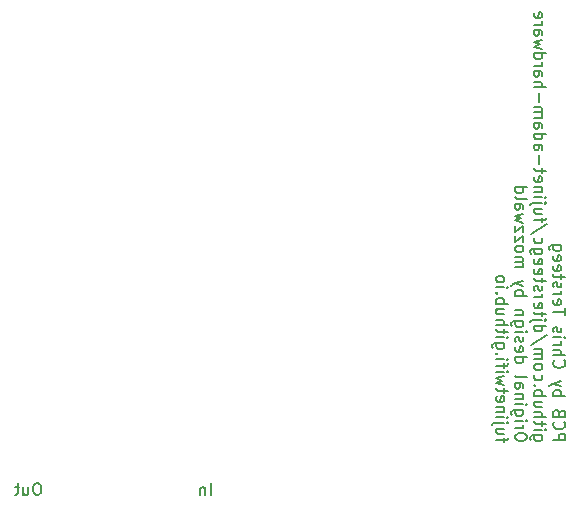
<source format=gbr>
%TF.GenerationSoftware,KiCad,Pcbnew,7.0.9*%
%TF.CreationDate,2023-12-25T18:28:00-06:00*%
%TF.ProjectId,fujinet-adam-devkit-smd,66756a69-6e65-4742-9d61-64616d2d6465,1.1*%
%TF.SameCoordinates,Original*%
%TF.FileFunction,Legend,Bot*%
%TF.FilePolarity,Positive*%
%FSLAX46Y46*%
G04 Gerber Fmt 4.6, Leading zero omitted, Abs format (unit mm)*
G04 Created by KiCad (PCBNEW 7.0.9) date 2023-12-25 18:28:00*
%MOMM*%
%LPD*%
G01*
G04 APERTURE LIST*
%ADD10C,0.150000*%
G04 APERTURE END LIST*
D10*
X152381780Y-126002820D02*
X153381780Y-126002820D01*
X153381780Y-126002820D02*
X153381780Y-125621868D01*
X153381780Y-125621868D02*
X153334161Y-125526630D01*
X153334161Y-125526630D02*
X153286542Y-125479011D01*
X153286542Y-125479011D02*
X153191304Y-125431392D01*
X153191304Y-125431392D02*
X153048447Y-125431392D01*
X153048447Y-125431392D02*
X152953209Y-125479011D01*
X152953209Y-125479011D02*
X152905590Y-125526630D01*
X152905590Y-125526630D02*
X152857971Y-125621868D01*
X152857971Y-125621868D02*
X152857971Y-126002820D01*
X152477019Y-124431392D02*
X152429400Y-124479011D01*
X152429400Y-124479011D02*
X152381780Y-124621868D01*
X152381780Y-124621868D02*
X152381780Y-124717106D01*
X152381780Y-124717106D02*
X152429400Y-124859963D01*
X152429400Y-124859963D02*
X152524638Y-124955201D01*
X152524638Y-124955201D02*
X152619876Y-125002820D01*
X152619876Y-125002820D02*
X152810352Y-125050439D01*
X152810352Y-125050439D02*
X152953209Y-125050439D01*
X152953209Y-125050439D02*
X153143685Y-125002820D01*
X153143685Y-125002820D02*
X153238923Y-124955201D01*
X153238923Y-124955201D02*
X153334161Y-124859963D01*
X153334161Y-124859963D02*
X153381780Y-124717106D01*
X153381780Y-124717106D02*
X153381780Y-124621868D01*
X153381780Y-124621868D02*
X153334161Y-124479011D01*
X153334161Y-124479011D02*
X153286542Y-124431392D01*
X152905590Y-123669487D02*
X152857971Y-123526630D01*
X152857971Y-123526630D02*
X152810352Y-123479011D01*
X152810352Y-123479011D02*
X152715114Y-123431392D01*
X152715114Y-123431392D02*
X152572257Y-123431392D01*
X152572257Y-123431392D02*
X152477019Y-123479011D01*
X152477019Y-123479011D02*
X152429400Y-123526630D01*
X152429400Y-123526630D02*
X152381780Y-123621868D01*
X152381780Y-123621868D02*
X152381780Y-124002820D01*
X152381780Y-124002820D02*
X153381780Y-124002820D01*
X153381780Y-124002820D02*
X153381780Y-123669487D01*
X153381780Y-123669487D02*
X153334161Y-123574249D01*
X153334161Y-123574249D02*
X153286542Y-123526630D01*
X153286542Y-123526630D02*
X153191304Y-123479011D01*
X153191304Y-123479011D02*
X153096066Y-123479011D01*
X153096066Y-123479011D02*
X153000828Y-123526630D01*
X153000828Y-123526630D02*
X152953209Y-123574249D01*
X152953209Y-123574249D02*
X152905590Y-123669487D01*
X152905590Y-123669487D02*
X152905590Y-124002820D01*
X152381780Y-122240915D02*
X153381780Y-122240915D01*
X153000828Y-122240915D02*
X153048447Y-122145677D01*
X153048447Y-122145677D02*
X153048447Y-121955201D01*
X153048447Y-121955201D02*
X153000828Y-121859963D01*
X153000828Y-121859963D02*
X152953209Y-121812344D01*
X152953209Y-121812344D02*
X152857971Y-121764725D01*
X152857971Y-121764725D02*
X152572257Y-121764725D01*
X152572257Y-121764725D02*
X152477019Y-121812344D01*
X152477019Y-121812344D02*
X152429400Y-121859963D01*
X152429400Y-121859963D02*
X152381780Y-121955201D01*
X152381780Y-121955201D02*
X152381780Y-122145677D01*
X152381780Y-122145677D02*
X152429400Y-122240915D01*
X153048447Y-121431391D02*
X152381780Y-121193296D01*
X153048447Y-120955201D02*
X152381780Y-121193296D01*
X152381780Y-121193296D02*
X152143685Y-121288534D01*
X152143685Y-121288534D02*
X152096066Y-121336153D01*
X152096066Y-121336153D02*
X152048447Y-121431391D01*
X152477019Y-119240915D02*
X152429400Y-119288534D01*
X152429400Y-119288534D02*
X152381780Y-119431391D01*
X152381780Y-119431391D02*
X152381780Y-119526629D01*
X152381780Y-119526629D02*
X152429400Y-119669486D01*
X152429400Y-119669486D02*
X152524638Y-119764724D01*
X152524638Y-119764724D02*
X152619876Y-119812343D01*
X152619876Y-119812343D02*
X152810352Y-119859962D01*
X152810352Y-119859962D02*
X152953209Y-119859962D01*
X152953209Y-119859962D02*
X153143685Y-119812343D01*
X153143685Y-119812343D02*
X153238923Y-119764724D01*
X153238923Y-119764724D02*
X153334161Y-119669486D01*
X153334161Y-119669486D02*
X153381780Y-119526629D01*
X153381780Y-119526629D02*
X153381780Y-119431391D01*
X153381780Y-119431391D02*
X153334161Y-119288534D01*
X153334161Y-119288534D02*
X153286542Y-119240915D01*
X152381780Y-118812343D02*
X153381780Y-118812343D01*
X152381780Y-118383772D02*
X152905590Y-118383772D01*
X152905590Y-118383772D02*
X153000828Y-118431391D01*
X153000828Y-118431391D02*
X153048447Y-118526629D01*
X153048447Y-118526629D02*
X153048447Y-118669486D01*
X153048447Y-118669486D02*
X153000828Y-118764724D01*
X153000828Y-118764724D02*
X152953209Y-118812343D01*
X152381780Y-117907581D02*
X153048447Y-117907581D01*
X152857971Y-117907581D02*
X152953209Y-117859962D01*
X152953209Y-117859962D02*
X153000828Y-117812343D01*
X153000828Y-117812343D02*
X153048447Y-117717105D01*
X153048447Y-117717105D02*
X153048447Y-117621867D01*
X152381780Y-117288533D02*
X153048447Y-117288533D01*
X153381780Y-117288533D02*
X153334161Y-117336152D01*
X153334161Y-117336152D02*
X153286542Y-117288533D01*
X153286542Y-117288533D02*
X153334161Y-117240914D01*
X153334161Y-117240914D02*
X153381780Y-117288533D01*
X153381780Y-117288533D02*
X153286542Y-117288533D01*
X152429400Y-116859962D02*
X152381780Y-116764724D01*
X152381780Y-116764724D02*
X152381780Y-116574248D01*
X152381780Y-116574248D02*
X152429400Y-116479010D01*
X152429400Y-116479010D02*
X152524638Y-116431391D01*
X152524638Y-116431391D02*
X152572257Y-116431391D01*
X152572257Y-116431391D02*
X152667495Y-116479010D01*
X152667495Y-116479010D02*
X152715114Y-116574248D01*
X152715114Y-116574248D02*
X152715114Y-116717105D01*
X152715114Y-116717105D02*
X152762733Y-116812343D01*
X152762733Y-116812343D02*
X152857971Y-116859962D01*
X152857971Y-116859962D02*
X152905590Y-116859962D01*
X152905590Y-116859962D02*
X153000828Y-116812343D01*
X153000828Y-116812343D02*
X153048447Y-116717105D01*
X153048447Y-116717105D02*
X153048447Y-116574248D01*
X153048447Y-116574248D02*
X153000828Y-116479010D01*
X153381780Y-115383771D02*
X153381780Y-114812343D01*
X152381780Y-115098057D02*
X153381780Y-115098057D01*
X152429400Y-114098057D02*
X152381780Y-114193295D01*
X152381780Y-114193295D02*
X152381780Y-114383771D01*
X152381780Y-114383771D02*
X152429400Y-114479009D01*
X152429400Y-114479009D02*
X152524638Y-114526628D01*
X152524638Y-114526628D02*
X152905590Y-114526628D01*
X152905590Y-114526628D02*
X153000828Y-114479009D01*
X153000828Y-114479009D02*
X153048447Y-114383771D01*
X153048447Y-114383771D02*
X153048447Y-114193295D01*
X153048447Y-114193295D02*
X153000828Y-114098057D01*
X153000828Y-114098057D02*
X152905590Y-114050438D01*
X152905590Y-114050438D02*
X152810352Y-114050438D01*
X152810352Y-114050438D02*
X152715114Y-114526628D01*
X152381780Y-113621866D02*
X153048447Y-113621866D01*
X152857971Y-113621866D02*
X152953209Y-113574247D01*
X152953209Y-113574247D02*
X153000828Y-113526628D01*
X153000828Y-113526628D02*
X153048447Y-113431390D01*
X153048447Y-113431390D02*
X153048447Y-113336152D01*
X152429400Y-113050437D02*
X152381780Y-112955199D01*
X152381780Y-112955199D02*
X152381780Y-112764723D01*
X152381780Y-112764723D02*
X152429400Y-112669485D01*
X152429400Y-112669485D02*
X152524638Y-112621866D01*
X152524638Y-112621866D02*
X152572257Y-112621866D01*
X152572257Y-112621866D02*
X152667495Y-112669485D01*
X152667495Y-112669485D02*
X152715114Y-112764723D01*
X152715114Y-112764723D02*
X152715114Y-112907580D01*
X152715114Y-112907580D02*
X152762733Y-113002818D01*
X152762733Y-113002818D02*
X152857971Y-113050437D01*
X152857971Y-113050437D02*
X152905590Y-113050437D01*
X152905590Y-113050437D02*
X153000828Y-113002818D01*
X153000828Y-113002818D02*
X153048447Y-112907580D01*
X153048447Y-112907580D02*
X153048447Y-112764723D01*
X153048447Y-112764723D02*
X153000828Y-112669485D01*
X153048447Y-112336151D02*
X153048447Y-111955199D01*
X153381780Y-112193294D02*
X152524638Y-112193294D01*
X152524638Y-112193294D02*
X152429400Y-112145675D01*
X152429400Y-112145675D02*
X152381780Y-112050437D01*
X152381780Y-112050437D02*
X152381780Y-111955199D01*
X152429400Y-111240913D02*
X152381780Y-111336151D01*
X152381780Y-111336151D02*
X152381780Y-111526627D01*
X152381780Y-111526627D02*
X152429400Y-111621865D01*
X152429400Y-111621865D02*
X152524638Y-111669484D01*
X152524638Y-111669484D02*
X152905590Y-111669484D01*
X152905590Y-111669484D02*
X153000828Y-111621865D01*
X153000828Y-111621865D02*
X153048447Y-111526627D01*
X153048447Y-111526627D02*
X153048447Y-111336151D01*
X153048447Y-111336151D02*
X153000828Y-111240913D01*
X153000828Y-111240913D02*
X152905590Y-111193294D01*
X152905590Y-111193294D02*
X152810352Y-111193294D01*
X152810352Y-111193294D02*
X152715114Y-111669484D01*
X152429400Y-110383770D02*
X152381780Y-110479008D01*
X152381780Y-110479008D02*
X152381780Y-110669484D01*
X152381780Y-110669484D02*
X152429400Y-110764722D01*
X152429400Y-110764722D02*
X152524638Y-110812341D01*
X152524638Y-110812341D02*
X152905590Y-110812341D01*
X152905590Y-110812341D02*
X153000828Y-110764722D01*
X153000828Y-110764722D02*
X153048447Y-110669484D01*
X153048447Y-110669484D02*
X153048447Y-110479008D01*
X153048447Y-110479008D02*
X153000828Y-110383770D01*
X153000828Y-110383770D02*
X152905590Y-110336151D01*
X152905590Y-110336151D02*
X152810352Y-110336151D01*
X152810352Y-110336151D02*
X152715114Y-110812341D01*
X153048447Y-109479008D02*
X152238923Y-109479008D01*
X152238923Y-109479008D02*
X152143685Y-109526627D01*
X152143685Y-109526627D02*
X152096066Y-109574246D01*
X152096066Y-109574246D02*
X152048447Y-109669484D01*
X152048447Y-109669484D02*
X152048447Y-109812341D01*
X152048447Y-109812341D02*
X152096066Y-109907579D01*
X152429400Y-109479008D02*
X152381780Y-109574246D01*
X152381780Y-109574246D02*
X152381780Y-109764722D01*
X152381780Y-109764722D02*
X152429400Y-109859960D01*
X152429400Y-109859960D02*
X152477019Y-109907579D01*
X152477019Y-109907579D02*
X152572257Y-109955198D01*
X152572257Y-109955198D02*
X152857971Y-109955198D01*
X152857971Y-109955198D02*
X152953209Y-109907579D01*
X152953209Y-109907579D02*
X153000828Y-109859960D01*
X153000828Y-109859960D02*
X153048447Y-109764722D01*
X153048447Y-109764722D02*
X153048447Y-109574246D01*
X153048447Y-109574246D02*
X153000828Y-109479008D01*
X151438447Y-125574249D02*
X150628923Y-125574249D01*
X150628923Y-125574249D02*
X150533685Y-125621868D01*
X150533685Y-125621868D02*
X150486066Y-125669487D01*
X150486066Y-125669487D02*
X150438447Y-125764725D01*
X150438447Y-125764725D02*
X150438447Y-125907582D01*
X150438447Y-125907582D02*
X150486066Y-126002820D01*
X150819400Y-125574249D02*
X150771780Y-125669487D01*
X150771780Y-125669487D02*
X150771780Y-125859963D01*
X150771780Y-125859963D02*
X150819400Y-125955201D01*
X150819400Y-125955201D02*
X150867019Y-126002820D01*
X150867019Y-126002820D02*
X150962257Y-126050439D01*
X150962257Y-126050439D02*
X151247971Y-126050439D01*
X151247971Y-126050439D02*
X151343209Y-126002820D01*
X151343209Y-126002820D02*
X151390828Y-125955201D01*
X151390828Y-125955201D02*
X151438447Y-125859963D01*
X151438447Y-125859963D02*
X151438447Y-125669487D01*
X151438447Y-125669487D02*
X151390828Y-125574249D01*
X150771780Y-125098058D02*
X151438447Y-125098058D01*
X151771780Y-125098058D02*
X151724161Y-125145677D01*
X151724161Y-125145677D02*
X151676542Y-125098058D01*
X151676542Y-125098058D02*
X151724161Y-125050439D01*
X151724161Y-125050439D02*
X151771780Y-125098058D01*
X151771780Y-125098058D02*
X151676542Y-125098058D01*
X151438447Y-124764725D02*
X151438447Y-124383773D01*
X151771780Y-124621868D02*
X150914638Y-124621868D01*
X150914638Y-124621868D02*
X150819400Y-124574249D01*
X150819400Y-124574249D02*
X150771780Y-124479011D01*
X150771780Y-124479011D02*
X150771780Y-124383773D01*
X150771780Y-124050439D02*
X151771780Y-124050439D01*
X150771780Y-123621868D02*
X151295590Y-123621868D01*
X151295590Y-123621868D02*
X151390828Y-123669487D01*
X151390828Y-123669487D02*
X151438447Y-123764725D01*
X151438447Y-123764725D02*
X151438447Y-123907582D01*
X151438447Y-123907582D02*
X151390828Y-124002820D01*
X151390828Y-124002820D02*
X151343209Y-124050439D01*
X151438447Y-122717106D02*
X150771780Y-122717106D01*
X151438447Y-123145677D02*
X150914638Y-123145677D01*
X150914638Y-123145677D02*
X150819400Y-123098058D01*
X150819400Y-123098058D02*
X150771780Y-123002820D01*
X150771780Y-123002820D02*
X150771780Y-122859963D01*
X150771780Y-122859963D02*
X150819400Y-122764725D01*
X150819400Y-122764725D02*
X150867019Y-122717106D01*
X150771780Y-122240915D02*
X151771780Y-122240915D01*
X151390828Y-122240915D02*
X151438447Y-122145677D01*
X151438447Y-122145677D02*
X151438447Y-121955201D01*
X151438447Y-121955201D02*
X151390828Y-121859963D01*
X151390828Y-121859963D02*
X151343209Y-121812344D01*
X151343209Y-121812344D02*
X151247971Y-121764725D01*
X151247971Y-121764725D02*
X150962257Y-121764725D01*
X150962257Y-121764725D02*
X150867019Y-121812344D01*
X150867019Y-121812344D02*
X150819400Y-121859963D01*
X150819400Y-121859963D02*
X150771780Y-121955201D01*
X150771780Y-121955201D02*
X150771780Y-122145677D01*
X150771780Y-122145677D02*
X150819400Y-122240915D01*
X150867019Y-121336153D02*
X150819400Y-121288534D01*
X150819400Y-121288534D02*
X150771780Y-121336153D01*
X150771780Y-121336153D02*
X150819400Y-121383772D01*
X150819400Y-121383772D02*
X150867019Y-121336153D01*
X150867019Y-121336153D02*
X150771780Y-121336153D01*
X150819400Y-120431392D02*
X150771780Y-120526630D01*
X150771780Y-120526630D02*
X150771780Y-120717106D01*
X150771780Y-120717106D02*
X150819400Y-120812344D01*
X150819400Y-120812344D02*
X150867019Y-120859963D01*
X150867019Y-120859963D02*
X150962257Y-120907582D01*
X150962257Y-120907582D02*
X151247971Y-120907582D01*
X151247971Y-120907582D02*
X151343209Y-120859963D01*
X151343209Y-120859963D02*
X151390828Y-120812344D01*
X151390828Y-120812344D02*
X151438447Y-120717106D01*
X151438447Y-120717106D02*
X151438447Y-120526630D01*
X151438447Y-120526630D02*
X151390828Y-120431392D01*
X150771780Y-119859963D02*
X150819400Y-119955201D01*
X150819400Y-119955201D02*
X150867019Y-120002820D01*
X150867019Y-120002820D02*
X150962257Y-120050439D01*
X150962257Y-120050439D02*
X151247971Y-120050439D01*
X151247971Y-120050439D02*
X151343209Y-120002820D01*
X151343209Y-120002820D02*
X151390828Y-119955201D01*
X151390828Y-119955201D02*
X151438447Y-119859963D01*
X151438447Y-119859963D02*
X151438447Y-119717106D01*
X151438447Y-119717106D02*
X151390828Y-119621868D01*
X151390828Y-119621868D02*
X151343209Y-119574249D01*
X151343209Y-119574249D02*
X151247971Y-119526630D01*
X151247971Y-119526630D02*
X150962257Y-119526630D01*
X150962257Y-119526630D02*
X150867019Y-119574249D01*
X150867019Y-119574249D02*
X150819400Y-119621868D01*
X150819400Y-119621868D02*
X150771780Y-119717106D01*
X150771780Y-119717106D02*
X150771780Y-119859963D01*
X150771780Y-119098058D02*
X151438447Y-119098058D01*
X151343209Y-119098058D02*
X151390828Y-119050439D01*
X151390828Y-119050439D02*
X151438447Y-118955201D01*
X151438447Y-118955201D02*
X151438447Y-118812344D01*
X151438447Y-118812344D02*
X151390828Y-118717106D01*
X151390828Y-118717106D02*
X151295590Y-118669487D01*
X151295590Y-118669487D02*
X150771780Y-118669487D01*
X151295590Y-118669487D02*
X151390828Y-118621868D01*
X151390828Y-118621868D02*
X151438447Y-118526630D01*
X151438447Y-118526630D02*
X151438447Y-118383773D01*
X151438447Y-118383773D02*
X151390828Y-118288534D01*
X151390828Y-118288534D02*
X151295590Y-118240915D01*
X151295590Y-118240915D02*
X150771780Y-118240915D01*
X151819400Y-117050440D02*
X150533685Y-117907582D01*
X150771780Y-116288535D02*
X151771780Y-116288535D01*
X150819400Y-116288535D02*
X150771780Y-116383773D01*
X150771780Y-116383773D02*
X150771780Y-116574249D01*
X150771780Y-116574249D02*
X150819400Y-116669487D01*
X150819400Y-116669487D02*
X150867019Y-116717106D01*
X150867019Y-116717106D02*
X150962257Y-116764725D01*
X150962257Y-116764725D02*
X151247971Y-116764725D01*
X151247971Y-116764725D02*
X151343209Y-116717106D01*
X151343209Y-116717106D02*
X151390828Y-116669487D01*
X151390828Y-116669487D02*
X151438447Y-116574249D01*
X151438447Y-116574249D02*
X151438447Y-116383773D01*
X151438447Y-116383773D02*
X151390828Y-116288535D01*
X151438447Y-115812344D02*
X150581304Y-115812344D01*
X150581304Y-115812344D02*
X150486066Y-115859963D01*
X150486066Y-115859963D02*
X150438447Y-115955201D01*
X150438447Y-115955201D02*
X150438447Y-116002820D01*
X151771780Y-115812344D02*
X151724161Y-115859963D01*
X151724161Y-115859963D02*
X151676542Y-115812344D01*
X151676542Y-115812344D02*
X151724161Y-115764725D01*
X151724161Y-115764725D02*
X151771780Y-115812344D01*
X151771780Y-115812344D02*
X151676542Y-115812344D01*
X151438447Y-115479011D02*
X151438447Y-115098059D01*
X151771780Y-115336154D02*
X150914638Y-115336154D01*
X150914638Y-115336154D02*
X150819400Y-115288535D01*
X150819400Y-115288535D02*
X150771780Y-115193297D01*
X150771780Y-115193297D02*
X150771780Y-115098059D01*
X150819400Y-114383773D02*
X150771780Y-114479011D01*
X150771780Y-114479011D02*
X150771780Y-114669487D01*
X150771780Y-114669487D02*
X150819400Y-114764725D01*
X150819400Y-114764725D02*
X150914638Y-114812344D01*
X150914638Y-114812344D02*
X151295590Y-114812344D01*
X151295590Y-114812344D02*
X151390828Y-114764725D01*
X151390828Y-114764725D02*
X151438447Y-114669487D01*
X151438447Y-114669487D02*
X151438447Y-114479011D01*
X151438447Y-114479011D02*
X151390828Y-114383773D01*
X151390828Y-114383773D02*
X151295590Y-114336154D01*
X151295590Y-114336154D02*
X151200352Y-114336154D01*
X151200352Y-114336154D02*
X151105114Y-114812344D01*
X150771780Y-113907582D02*
X151438447Y-113907582D01*
X151247971Y-113907582D02*
X151343209Y-113859963D01*
X151343209Y-113859963D02*
X151390828Y-113812344D01*
X151390828Y-113812344D02*
X151438447Y-113717106D01*
X151438447Y-113717106D02*
X151438447Y-113621868D01*
X150819400Y-113336153D02*
X150771780Y-113240915D01*
X150771780Y-113240915D02*
X150771780Y-113050439D01*
X150771780Y-113050439D02*
X150819400Y-112955201D01*
X150819400Y-112955201D02*
X150914638Y-112907582D01*
X150914638Y-112907582D02*
X150962257Y-112907582D01*
X150962257Y-112907582D02*
X151057495Y-112955201D01*
X151057495Y-112955201D02*
X151105114Y-113050439D01*
X151105114Y-113050439D02*
X151105114Y-113193296D01*
X151105114Y-113193296D02*
X151152733Y-113288534D01*
X151152733Y-113288534D02*
X151247971Y-113336153D01*
X151247971Y-113336153D02*
X151295590Y-113336153D01*
X151295590Y-113336153D02*
X151390828Y-113288534D01*
X151390828Y-113288534D02*
X151438447Y-113193296D01*
X151438447Y-113193296D02*
X151438447Y-113050439D01*
X151438447Y-113050439D02*
X151390828Y-112955201D01*
X151438447Y-112621867D02*
X151438447Y-112240915D01*
X151771780Y-112479010D02*
X150914638Y-112479010D01*
X150914638Y-112479010D02*
X150819400Y-112431391D01*
X150819400Y-112431391D02*
X150771780Y-112336153D01*
X150771780Y-112336153D02*
X150771780Y-112240915D01*
X150819400Y-111526629D02*
X150771780Y-111621867D01*
X150771780Y-111621867D02*
X150771780Y-111812343D01*
X150771780Y-111812343D02*
X150819400Y-111907581D01*
X150819400Y-111907581D02*
X150914638Y-111955200D01*
X150914638Y-111955200D02*
X151295590Y-111955200D01*
X151295590Y-111955200D02*
X151390828Y-111907581D01*
X151390828Y-111907581D02*
X151438447Y-111812343D01*
X151438447Y-111812343D02*
X151438447Y-111621867D01*
X151438447Y-111621867D02*
X151390828Y-111526629D01*
X151390828Y-111526629D02*
X151295590Y-111479010D01*
X151295590Y-111479010D02*
X151200352Y-111479010D01*
X151200352Y-111479010D02*
X151105114Y-111955200D01*
X150819400Y-110669486D02*
X150771780Y-110764724D01*
X150771780Y-110764724D02*
X150771780Y-110955200D01*
X150771780Y-110955200D02*
X150819400Y-111050438D01*
X150819400Y-111050438D02*
X150914638Y-111098057D01*
X150914638Y-111098057D02*
X151295590Y-111098057D01*
X151295590Y-111098057D02*
X151390828Y-111050438D01*
X151390828Y-111050438D02*
X151438447Y-110955200D01*
X151438447Y-110955200D02*
X151438447Y-110764724D01*
X151438447Y-110764724D02*
X151390828Y-110669486D01*
X151390828Y-110669486D02*
X151295590Y-110621867D01*
X151295590Y-110621867D02*
X151200352Y-110621867D01*
X151200352Y-110621867D02*
X151105114Y-111098057D01*
X151438447Y-109764724D02*
X150628923Y-109764724D01*
X150628923Y-109764724D02*
X150533685Y-109812343D01*
X150533685Y-109812343D02*
X150486066Y-109859962D01*
X150486066Y-109859962D02*
X150438447Y-109955200D01*
X150438447Y-109955200D02*
X150438447Y-110098057D01*
X150438447Y-110098057D02*
X150486066Y-110193295D01*
X150819400Y-109764724D02*
X150771780Y-109859962D01*
X150771780Y-109859962D02*
X150771780Y-110050438D01*
X150771780Y-110050438D02*
X150819400Y-110145676D01*
X150819400Y-110145676D02*
X150867019Y-110193295D01*
X150867019Y-110193295D02*
X150962257Y-110240914D01*
X150962257Y-110240914D02*
X151247971Y-110240914D01*
X151247971Y-110240914D02*
X151343209Y-110193295D01*
X151343209Y-110193295D02*
X151390828Y-110145676D01*
X151390828Y-110145676D02*
X151438447Y-110050438D01*
X151438447Y-110050438D02*
X151438447Y-109859962D01*
X151438447Y-109859962D02*
X151390828Y-109764724D01*
X150819400Y-108859962D02*
X150771780Y-108955200D01*
X150771780Y-108955200D02*
X150771780Y-109145676D01*
X150771780Y-109145676D02*
X150819400Y-109240914D01*
X150819400Y-109240914D02*
X150867019Y-109288533D01*
X150867019Y-109288533D02*
X150962257Y-109336152D01*
X150962257Y-109336152D02*
X151247971Y-109336152D01*
X151247971Y-109336152D02*
X151343209Y-109288533D01*
X151343209Y-109288533D02*
X151390828Y-109240914D01*
X151390828Y-109240914D02*
X151438447Y-109145676D01*
X151438447Y-109145676D02*
X151438447Y-108955200D01*
X151438447Y-108955200D02*
X151390828Y-108859962D01*
X151819400Y-107717105D02*
X150533685Y-108574247D01*
X151438447Y-107526628D02*
X151438447Y-107145676D01*
X150771780Y-107383771D02*
X151628923Y-107383771D01*
X151628923Y-107383771D02*
X151724161Y-107336152D01*
X151724161Y-107336152D02*
X151771780Y-107240914D01*
X151771780Y-107240914D02*
X151771780Y-107145676D01*
X151438447Y-106383771D02*
X150771780Y-106383771D01*
X151438447Y-106812342D02*
X150914638Y-106812342D01*
X150914638Y-106812342D02*
X150819400Y-106764723D01*
X150819400Y-106764723D02*
X150771780Y-106669485D01*
X150771780Y-106669485D02*
X150771780Y-106526628D01*
X150771780Y-106526628D02*
X150819400Y-106431390D01*
X150819400Y-106431390D02*
X150867019Y-106383771D01*
X151438447Y-105907580D02*
X150581304Y-105907580D01*
X150581304Y-105907580D02*
X150486066Y-105955199D01*
X150486066Y-105955199D02*
X150438447Y-106050437D01*
X150438447Y-106050437D02*
X150438447Y-106098056D01*
X151771780Y-105907580D02*
X151724161Y-105955199D01*
X151724161Y-105955199D02*
X151676542Y-105907580D01*
X151676542Y-105907580D02*
X151724161Y-105859961D01*
X151724161Y-105859961D02*
X151771780Y-105907580D01*
X151771780Y-105907580D02*
X151676542Y-105907580D01*
X150771780Y-105431390D02*
X151438447Y-105431390D01*
X151771780Y-105431390D02*
X151724161Y-105479009D01*
X151724161Y-105479009D02*
X151676542Y-105431390D01*
X151676542Y-105431390D02*
X151724161Y-105383771D01*
X151724161Y-105383771D02*
X151771780Y-105431390D01*
X151771780Y-105431390D02*
X151676542Y-105431390D01*
X151438447Y-104955200D02*
X150771780Y-104955200D01*
X151343209Y-104955200D02*
X151390828Y-104907581D01*
X151390828Y-104907581D02*
X151438447Y-104812343D01*
X151438447Y-104812343D02*
X151438447Y-104669486D01*
X151438447Y-104669486D02*
X151390828Y-104574248D01*
X151390828Y-104574248D02*
X151295590Y-104526629D01*
X151295590Y-104526629D02*
X150771780Y-104526629D01*
X150819400Y-103669486D02*
X150771780Y-103764724D01*
X150771780Y-103764724D02*
X150771780Y-103955200D01*
X150771780Y-103955200D02*
X150819400Y-104050438D01*
X150819400Y-104050438D02*
X150914638Y-104098057D01*
X150914638Y-104098057D02*
X151295590Y-104098057D01*
X151295590Y-104098057D02*
X151390828Y-104050438D01*
X151390828Y-104050438D02*
X151438447Y-103955200D01*
X151438447Y-103955200D02*
X151438447Y-103764724D01*
X151438447Y-103764724D02*
X151390828Y-103669486D01*
X151390828Y-103669486D02*
X151295590Y-103621867D01*
X151295590Y-103621867D02*
X151200352Y-103621867D01*
X151200352Y-103621867D02*
X151105114Y-104098057D01*
X151438447Y-103336152D02*
X151438447Y-102955200D01*
X151771780Y-103193295D02*
X150914638Y-103193295D01*
X150914638Y-103193295D02*
X150819400Y-103145676D01*
X150819400Y-103145676D02*
X150771780Y-103050438D01*
X150771780Y-103050438D02*
X150771780Y-102955200D01*
X151152733Y-102621866D02*
X151152733Y-101859962D01*
X150771780Y-100955200D02*
X151295590Y-100955200D01*
X151295590Y-100955200D02*
X151390828Y-101002819D01*
X151390828Y-101002819D02*
X151438447Y-101098057D01*
X151438447Y-101098057D02*
X151438447Y-101288533D01*
X151438447Y-101288533D02*
X151390828Y-101383771D01*
X150819400Y-100955200D02*
X150771780Y-101050438D01*
X150771780Y-101050438D02*
X150771780Y-101288533D01*
X150771780Y-101288533D02*
X150819400Y-101383771D01*
X150819400Y-101383771D02*
X150914638Y-101431390D01*
X150914638Y-101431390D02*
X151009876Y-101431390D01*
X151009876Y-101431390D02*
X151105114Y-101383771D01*
X151105114Y-101383771D02*
X151152733Y-101288533D01*
X151152733Y-101288533D02*
X151152733Y-101050438D01*
X151152733Y-101050438D02*
X151200352Y-100955200D01*
X150771780Y-100050438D02*
X151771780Y-100050438D01*
X150819400Y-100050438D02*
X150771780Y-100145676D01*
X150771780Y-100145676D02*
X150771780Y-100336152D01*
X150771780Y-100336152D02*
X150819400Y-100431390D01*
X150819400Y-100431390D02*
X150867019Y-100479009D01*
X150867019Y-100479009D02*
X150962257Y-100526628D01*
X150962257Y-100526628D02*
X151247971Y-100526628D01*
X151247971Y-100526628D02*
X151343209Y-100479009D01*
X151343209Y-100479009D02*
X151390828Y-100431390D01*
X151390828Y-100431390D02*
X151438447Y-100336152D01*
X151438447Y-100336152D02*
X151438447Y-100145676D01*
X151438447Y-100145676D02*
X151390828Y-100050438D01*
X150771780Y-99145676D02*
X151295590Y-99145676D01*
X151295590Y-99145676D02*
X151390828Y-99193295D01*
X151390828Y-99193295D02*
X151438447Y-99288533D01*
X151438447Y-99288533D02*
X151438447Y-99479009D01*
X151438447Y-99479009D02*
X151390828Y-99574247D01*
X150819400Y-99145676D02*
X150771780Y-99240914D01*
X150771780Y-99240914D02*
X150771780Y-99479009D01*
X150771780Y-99479009D02*
X150819400Y-99574247D01*
X150819400Y-99574247D02*
X150914638Y-99621866D01*
X150914638Y-99621866D02*
X151009876Y-99621866D01*
X151009876Y-99621866D02*
X151105114Y-99574247D01*
X151105114Y-99574247D02*
X151152733Y-99479009D01*
X151152733Y-99479009D02*
X151152733Y-99240914D01*
X151152733Y-99240914D02*
X151200352Y-99145676D01*
X150771780Y-98669485D02*
X151438447Y-98669485D01*
X151343209Y-98669485D02*
X151390828Y-98621866D01*
X151390828Y-98621866D02*
X151438447Y-98526628D01*
X151438447Y-98526628D02*
X151438447Y-98383771D01*
X151438447Y-98383771D02*
X151390828Y-98288533D01*
X151390828Y-98288533D02*
X151295590Y-98240914D01*
X151295590Y-98240914D02*
X150771780Y-98240914D01*
X151295590Y-98240914D02*
X151390828Y-98193295D01*
X151390828Y-98193295D02*
X151438447Y-98098057D01*
X151438447Y-98098057D02*
X151438447Y-97955200D01*
X151438447Y-97955200D02*
X151390828Y-97859961D01*
X151390828Y-97859961D02*
X151295590Y-97812342D01*
X151295590Y-97812342D02*
X150771780Y-97812342D01*
X151152733Y-97336152D02*
X151152733Y-96574248D01*
X150771780Y-96098057D02*
X151771780Y-96098057D01*
X150771780Y-95669486D02*
X151295590Y-95669486D01*
X151295590Y-95669486D02*
X151390828Y-95717105D01*
X151390828Y-95717105D02*
X151438447Y-95812343D01*
X151438447Y-95812343D02*
X151438447Y-95955200D01*
X151438447Y-95955200D02*
X151390828Y-96050438D01*
X151390828Y-96050438D02*
X151343209Y-96098057D01*
X150771780Y-94764724D02*
X151295590Y-94764724D01*
X151295590Y-94764724D02*
X151390828Y-94812343D01*
X151390828Y-94812343D02*
X151438447Y-94907581D01*
X151438447Y-94907581D02*
X151438447Y-95098057D01*
X151438447Y-95098057D02*
X151390828Y-95193295D01*
X150819400Y-94764724D02*
X150771780Y-94859962D01*
X150771780Y-94859962D02*
X150771780Y-95098057D01*
X150771780Y-95098057D02*
X150819400Y-95193295D01*
X150819400Y-95193295D02*
X150914638Y-95240914D01*
X150914638Y-95240914D02*
X151009876Y-95240914D01*
X151009876Y-95240914D02*
X151105114Y-95193295D01*
X151105114Y-95193295D02*
X151152733Y-95098057D01*
X151152733Y-95098057D02*
X151152733Y-94859962D01*
X151152733Y-94859962D02*
X151200352Y-94764724D01*
X150771780Y-94288533D02*
X151438447Y-94288533D01*
X151247971Y-94288533D02*
X151343209Y-94240914D01*
X151343209Y-94240914D02*
X151390828Y-94193295D01*
X151390828Y-94193295D02*
X151438447Y-94098057D01*
X151438447Y-94098057D02*
X151438447Y-94002819D01*
X150771780Y-93240914D02*
X151771780Y-93240914D01*
X150819400Y-93240914D02*
X150771780Y-93336152D01*
X150771780Y-93336152D02*
X150771780Y-93526628D01*
X150771780Y-93526628D02*
X150819400Y-93621866D01*
X150819400Y-93621866D02*
X150867019Y-93669485D01*
X150867019Y-93669485D02*
X150962257Y-93717104D01*
X150962257Y-93717104D02*
X151247971Y-93717104D01*
X151247971Y-93717104D02*
X151343209Y-93669485D01*
X151343209Y-93669485D02*
X151390828Y-93621866D01*
X151390828Y-93621866D02*
X151438447Y-93526628D01*
X151438447Y-93526628D02*
X151438447Y-93336152D01*
X151438447Y-93336152D02*
X151390828Y-93240914D01*
X151438447Y-92859961D02*
X150771780Y-92669485D01*
X150771780Y-92669485D02*
X151247971Y-92479009D01*
X151247971Y-92479009D02*
X150771780Y-92288533D01*
X150771780Y-92288533D02*
X151438447Y-92098057D01*
X150771780Y-91288533D02*
X151295590Y-91288533D01*
X151295590Y-91288533D02*
X151390828Y-91336152D01*
X151390828Y-91336152D02*
X151438447Y-91431390D01*
X151438447Y-91431390D02*
X151438447Y-91621866D01*
X151438447Y-91621866D02*
X151390828Y-91717104D01*
X150819400Y-91288533D02*
X150771780Y-91383771D01*
X150771780Y-91383771D02*
X150771780Y-91621866D01*
X150771780Y-91621866D02*
X150819400Y-91717104D01*
X150819400Y-91717104D02*
X150914638Y-91764723D01*
X150914638Y-91764723D02*
X151009876Y-91764723D01*
X151009876Y-91764723D02*
X151105114Y-91717104D01*
X151105114Y-91717104D02*
X151152733Y-91621866D01*
X151152733Y-91621866D02*
X151152733Y-91383771D01*
X151152733Y-91383771D02*
X151200352Y-91288533D01*
X150771780Y-90812342D02*
X151438447Y-90812342D01*
X151247971Y-90812342D02*
X151343209Y-90764723D01*
X151343209Y-90764723D02*
X151390828Y-90717104D01*
X151390828Y-90717104D02*
X151438447Y-90621866D01*
X151438447Y-90621866D02*
X151438447Y-90526628D01*
X150819400Y-89812342D02*
X150771780Y-89907580D01*
X150771780Y-89907580D02*
X150771780Y-90098056D01*
X150771780Y-90098056D02*
X150819400Y-90193294D01*
X150819400Y-90193294D02*
X150914638Y-90240913D01*
X150914638Y-90240913D02*
X151295590Y-90240913D01*
X151295590Y-90240913D02*
X151390828Y-90193294D01*
X151390828Y-90193294D02*
X151438447Y-90098056D01*
X151438447Y-90098056D02*
X151438447Y-89907580D01*
X151438447Y-89907580D02*
X151390828Y-89812342D01*
X151390828Y-89812342D02*
X151295590Y-89764723D01*
X151295590Y-89764723D02*
X151200352Y-89764723D01*
X151200352Y-89764723D02*
X151105114Y-90240913D01*
X150161780Y-125812344D02*
X150161780Y-125621868D01*
X150161780Y-125621868D02*
X150114161Y-125526630D01*
X150114161Y-125526630D02*
X150018923Y-125431392D01*
X150018923Y-125431392D02*
X149828447Y-125383773D01*
X149828447Y-125383773D02*
X149495114Y-125383773D01*
X149495114Y-125383773D02*
X149304638Y-125431392D01*
X149304638Y-125431392D02*
X149209400Y-125526630D01*
X149209400Y-125526630D02*
X149161780Y-125621868D01*
X149161780Y-125621868D02*
X149161780Y-125812344D01*
X149161780Y-125812344D02*
X149209400Y-125907582D01*
X149209400Y-125907582D02*
X149304638Y-126002820D01*
X149304638Y-126002820D02*
X149495114Y-126050439D01*
X149495114Y-126050439D02*
X149828447Y-126050439D01*
X149828447Y-126050439D02*
X150018923Y-126002820D01*
X150018923Y-126002820D02*
X150114161Y-125907582D01*
X150114161Y-125907582D02*
X150161780Y-125812344D01*
X149161780Y-124955201D02*
X149828447Y-124955201D01*
X149637971Y-124955201D02*
X149733209Y-124907582D01*
X149733209Y-124907582D02*
X149780828Y-124859963D01*
X149780828Y-124859963D02*
X149828447Y-124764725D01*
X149828447Y-124764725D02*
X149828447Y-124669487D01*
X149161780Y-124336153D02*
X149828447Y-124336153D01*
X150161780Y-124336153D02*
X150114161Y-124383772D01*
X150114161Y-124383772D02*
X150066542Y-124336153D01*
X150066542Y-124336153D02*
X150114161Y-124288534D01*
X150114161Y-124288534D02*
X150161780Y-124336153D01*
X150161780Y-124336153D02*
X150066542Y-124336153D01*
X149828447Y-123431392D02*
X149018923Y-123431392D01*
X149018923Y-123431392D02*
X148923685Y-123479011D01*
X148923685Y-123479011D02*
X148876066Y-123526630D01*
X148876066Y-123526630D02*
X148828447Y-123621868D01*
X148828447Y-123621868D02*
X148828447Y-123764725D01*
X148828447Y-123764725D02*
X148876066Y-123859963D01*
X149209400Y-123431392D02*
X149161780Y-123526630D01*
X149161780Y-123526630D02*
X149161780Y-123717106D01*
X149161780Y-123717106D02*
X149209400Y-123812344D01*
X149209400Y-123812344D02*
X149257019Y-123859963D01*
X149257019Y-123859963D02*
X149352257Y-123907582D01*
X149352257Y-123907582D02*
X149637971Y-123907582D01*
X149637971Y-123907582D02*
X149733209Y-123859963D01*
X149733209Y-123859963D02*
X149780828Y-123812344D01*
X149780828Y-123812344D02*
X149828447Y-123717106D01*
X149828447Y-123717106D02*
X149828447Y-123526630D01*
X149828447Y-123526630D02*
X149780828Y-123431392D01*
X149161780Y-122955201D02*
X149828447Y-122955201D01*
X150161780Y-122955201D02*
X150114161Y-123002820D01*
X150114161Y-123002820D02*
X150066542Y-122955201D01*
X150066542Y-122955201D02*
X150114161Y-122907582D01*
X150114161Y-122907582D02*
X150161780Y-122955201D01*
X150161780Y-122955201D02*
X150066542Y-122955201D01*
X149828447Y-122479011D02*
X149161780Y-122479011D01*
X149733209Y-122479011D02*
X149780828Y-122431392D01*
X149780828Y-122431392D02*
X149828447Y-122336154D01*
X149828447Y-122336154D02*
X149828447Y-122193297D01*
X149828447Y-122193297D02*
X149780828Y-122098059D01*
X149780828Y-122098059D02*
X149685590Y-122050440D01*
X149685590Y-122050440D02*
X149161780Y-122050440D01*
X149161780Y-121145678D02*
X149685590Y-121145678D01*
X149685590Y-121145678D02*
X149780828Y-121193297D01*
X149780828Y-121193297D02*
X149828447Y-121288535D01*
X149828447Y-121288535D02*
X149828447Y-121479011D01*
X149828447Y-121479011D02*
X149780828Y-121574249D01*
X149209400Y-121145678D02*
X149161780Y-121240916D01*
X149161780Y-121240916D02*
X149161780Y-121479011D01*
X149161780Y-121479011D02*
X149209400Y-121574249D01*
X149209400Y-121574249D02*
X149304638Y-121621868D01*
X149304638Y-121621868D02*
X149399876Y-121621868D01*
X149399876Y-121621868D02*
X149495114Y-121574249D01*
X149495114Y-121574249D02*
X149542733Y-121479011D01*
X149542733Y-121479011D02*
X149542733Y-121240916D01*
X149542733Y-121240916D02*
X149590352Y-121145678D01*
X149161780Y-120526630D02*
X149209400Y-120621868D01*
X149209400Y-120621868D02*
X149304638Y-120669487D01*
X149304638Y-120669487D02*
X150161780Y-120669487D01*
X149161780Y-118955201D02*
X150161780Y-118955201D01*
X149209400Y-118955201D02*
X149161780Y-119050439D01*
X149161780Y-119050439D02*
X149161780Y-119240915D01*
X149161780Y-119240915D02*
X149209400Y-119336153D01*
X149209400Y-119336153D02*
X149257019Y-119383772D01*
X149257019Y-119383772D02*
X149352257Y-119431391D01*
X149352257Y-119431391D02*
X149637971Y-119431391D01*
X149637971Y-119431391D02*
X149733209Y-119383772D01*
X149733209Y-119383772D02*
X149780828Y-119336153D01*
X149780828Y-119336153D02*
X149828447Y-119240915D01*
X149828447Y-119240915D02*
X149828447Y-119050439D01*
X149828447Y-119050439D02*
X149780828Y-118955201D01*
X149209400Y-118098058D02*
X149161780Y-118193296D01*
X149161780Y-118193296D02*
X149161780Y-118383772D01*
X149161780Y-118383772D02*
X149209400Y-118479010D01*
X149209400Y-118479010D02*
X149304638Y-118526629D01*
X149304638Y-118526629D02*
X149685590Y-118526629D01*
X149685590Y-118526629D02*
X149780828Y-118479010D01*
X149780828Y-118479010D02*
X149828447Y-118383772D01*
X149828447Y-118383772D02*
X149828447Y-118193296D01*
X149828447Y-118193296D02*
X149780828Y-118098058D01*
X149780828Y-118098058D02*
X149685590Y-118050439D01*
X149685590Y-118050439D02*
X149590352Y-118050439D01*
X149590352Y-118050439D02*
X149495114Y-118526629D01*
X149209400Y-117669486D02*
X149161780Y-117574248D01*
X149161780Y-117574248D02*
X149161780Y-117383772D01*
X149161780Y-117383772D02*
X149209400Y-117288534D01*
X149209400Y-117288534D02*
X149304638Y-117240915D01*
X149304638Y-117240915D02*
X149352257Y-117240915D01*
X149352257Y-117240915D02*
X149447495Y-117288534D01*
X149447495Y-117288534D02*
X149495114Y-117383772D01*
X149495114Y-117383772D02*
X149495114Y-117526629D01*
X149495114Y-117526629D02*
X149542733Y-117621867D01*
X149542733Y-117621867D02*
X149637971Y-117669486D01*
X149637971Y-117669486D02*
X149685590Y-117669486D01*
X149685590Y-117669486D02*
X149780828Y-117621867D01*
X149780828Y-117621867D02*
X149828447Y-117526629D01*
X149828447Y-117526629D02*
X149828447Y-117383772D01*
X149828447Y-117383772D02*
X149780828Y-117288534D01*
X149161780Y-116812343D02*
X149828447Y-116812343D01*
X150161780Y-116812343D02*
X150114161Y-116859962D01*
X150114161Y-116859962D02*
X150066542Y-116812343D01*
X150066542Y-116812343D02*
X150114161Y-116764724D01*
X150114161Y-116764724D02*
X150161780Y-116812343D01*
X150161780Y-116812343D02*
X150066542Y-116812343D01*
X149828447Y-115907582D02*
X149018923Y-115907582D01*
X149018923Y-115907582D02*
X148923685Y-115955201D01*
X148923685Y-115955201D02*
X148876066Y-116002820D01*
X148876066Y-116002820D02*
X148828447Y-116098058D01*
X148828447Y-116098058D02*
X148828447Y-116240915D01*
X148828447Y-116240915D02*
X148876066Y-116336153D01*
X149209400Y-115907582D02*
X149161780Y-116002820D01*
X149161780Y-116002820D02*
X149161780Y-116193296D01*
X149161780Y-116193296D02*
X149209400Y-116288534D01*
X149209400Y-116288534D02*
X149257019Y-116336153D01*
X149257019Y-116336153D02*
X149352257Y-116383772D01*
X149352257Y-116383772D02*
X149637971Y-116383772D01*
X149637971Y-116383772D02*
X149733209Y-116336153D01*
X149733209Y-116336153D02*
X149780828Y-116288534D01*
X149780828Y-116288534D02*
X149828447Y-116193296D01*
X149828447Y-116193296D02*
X149828447Y-116002820D01*
X149828447Y-116002820D02*
X149780828Y-115907582D01*
X149828447Y-115431391D02*
X149161780Y-115431391D01*
X149733209Y-115431391D02*
X149780828Y-115383772D01*
X149780828Y-115383772D02*
X149828447Y-115288534D01*
X149828447Y-115288534D02*
X149828447Y-115145677D01*
X149828447Y-115145677D02*
X149780828Y-115050439D01*
X149780828Y-115050439D02*
X149685590Y-115002820D01*
X149685590Y-115002820D02*
X149161780Y-115002820D01*
X149161780Y-113764724D02*
X150161780Y-113764724D01*
X149780828Y-113764724D02*
X149828447Y-113669486D01*
X149828447Y-113669486D02*
X149828447Y-113479010D01*
X149828447Y-113479010D02*
X149780828Y-113383772D01*
X149780828Y-113383772D02*
X149733209Y-113336153D01*
X149733209Y-113336153D02*
X149637971Y-113288534D01*
X149637971Y-113288534D02*
X149352257Y-113288534D01*
X149352257Y-113288534D02*
X149257019Y-113336153D01*
X149257019Y-113336153D02*
X149209400Y-113383772D01*
X149209400Y-113383772D02*
X149161780Y-113479010D01*
X149161780Y-113479010D02*
X149161780Y-113669486D01*
X149161780Y-113669486D02*
X149209400Y-113764724D01*
X149828447Y-112955200D02*
X149161780Y-112717105D01*
X149828447Y-112479010D02*
X149161780Y-112717105D01*
X149161780Y-112717105D02*
X148923685Y-112812343D01*
X148923685Y-112812343D02*
X148876066Y-112859962D01*
X148876066Y-112859962D02*
X148828447Y-112955200D01*
X149161780Y-111336152D02*
X149828447Y-111336152D01*
X149733209Y-111336152D02*
X149780828Y-111288533D01*
X149780828Y-111288533D02*
X149828447Y-111193295D01*
X149828447Y-111193295D02*
X149828447Y-111050438D01*
X149828447Y-111050438D02*
X149780828Y-110955200D01*
X149780828Y-110955200D02*
X149685590Y-110907581D01*
X149685590Y-110907581D02*
X149161780Y-110907581D01*
X149685590Y-110907581D02*
X149780828Y-110859962D01*
X149780828Y-110859962D02*
X149828447Y-110764724D01*
X149828447Y-110764724D02*
X149828447Y-110621867D01*
X149828447Y-110621867D02*
X149780828Y-110526628D01*
X149780828Y-110526628D02*
X149685590Y-110479009D01*
X149685590Y-110479009D02*
X149161780Y-110479009D01*
X149161780Y-109859962D02*
X149209400Y-109955200D01*
X149209400Y-109955200D02*
X149257019Y-110002819D01*
X149257019Y-110002819D02*
X149352257Y-110050438D01*
X149352257Y-110050438D02*
X149637971Y-110050438D01*
X149637971Y-110050438D02*
X149733209Y-110002819D01*
X149733209Y-110002819D02*
X149780828Y-109955200D01*
X149780828Y-109955200D02*
X149828447Y-109859962D01*
X149828447Y-109859962D02*
X149828447Y-109717105D01*
X149828447Y-109717105D02*
X149780828Y-109621867D01*
X149780828Y-109621867D02*
X149733209Y-109574248D01*
X149733209Y-109574248D02*
X149637971Y-109526629D01*
X149637971Y-109526629D02*
X149352257Y-109526629D01*
X149352257Y-109526629D02*
X149257019Y-109574248D01*
X149257019Y-109574248D02*
X149209400Y-109621867D01*
X149209400Y-109621867D02*
X149161780Y-109717105D01*
X149161780Y-109717105D02*
X149161780Y-109859962D01*
X149828447Y-109193295D02*
X149828447Y-108669486D01*
X149828447Y-108669486D02*
X149161780Y-109193295D01*
X149161780Y-109193295D02*
X149161780Y-108669486D01*
X149828447Y-108383771D02*
X149828447Y-107859962D01*
X149828447Y-107859962D02*
X149161780Y-108383771D01*
X149161780Y-108383771D02*
X149161780Y-107859962D01*
X149828447Y-107574247D02*
X149161780Y-107383771D01*
X149161780Y-107383771D02*
X149637971Y-107193295D01*
X149637971Y-107193295D02*
X149161780Y-107002819D01*
X149161780Y-107002819D02*
X149828447Y-106812343D01*
X149161780Y-106002819D02*
X149685590Y-106002819D01*
X149685590Y-106002819D02*
X149780828Y-106050438D01*
X149780828Y-106050438D02*
X149828447Y-106145676D01*
X149828447Y-106145676D02*
X149828447Y-106336152D01*
X149828447Y-106336152D02*
X149780828Y-106431390D01*
X149209400Y-106002819D02*
X149161780Y-106098057D01*
X149161780Y-106098057D02*
X149161780Y-106336152D01*
X149161780Y-106336152D02*
X149209400Y-106431390D01*
X149209400Y-106431390D02*
X149304638Y-106479009D01*
X149304638Y-106479009D02*
X149399876Y-106479009D01*
X149399876Y-106479009D02*
X149495114Y-106431390D01*
X149495114Y-106431390D02*
X149542733Y-106336152D01*
X149542733Y-106336152D02*
X149542733Y-106098057D01*
X149542733Y-106098057D02*
X149590352Y-106002819D01*
X149161780Y-105383771D02*
X149209400Y-105479009D01*
X149209400Y-105479009D02*
X149304638Y-105526628D01*
X149304638Y-105526628D02*
X150161780Y-105526628D01*
X149161780Y-104574247D02*
X150161780Y-104574247D01*
X149209400Y-104574247D02*
X149161780Y-104669485D01*
X149161780Y-104669485D02*
X149161780Y-104859961D01*
X149161780Y-104859961D02*
X149209400Y-104955199D01*
X149209400Y-104955199D02*
X149257019Y-105002818D01*
X149257019Y-105002818D02*
X149352257Y-105050437D01*
X149352257Y-105050437D02*
X149637971Y-105050437D01*
X149637971Y-105050437D02*
X149733209Y-105002818D01*
X149733209Y-105002818D02*
X149780828Y-104955199D01*
X149780828Y-104955199D02*
X149828447Y-104859961D01*
X149828447Y-104859961D02*
X149828447Y-104669485D01*
X149828447Y-104669485D02*
X149780828Y-104574247D01*
X148218447Y-126145677D02*
X148218447Y-125764725D01*
X147551780Y-126002820D02*
X148408923Y-126002820D01*
X148408923Y-126002820D02*
X148504161Y-125955201D01*
X148504161Y-125955201D02*
X148551780Y-125859963D01*
X148551780Y-125859963D02*
X148551780Y-125764725D01*
X148218447Y-125002820D02*
X147551780Y-125002820D01*
X148218447Y-125431391D02*
X147694638Y-125431391D01*
X147694638Y-125431391D02*
X147599400Y-125383772D01*
X147599400Y-125383772D02*
X147551780Y-125288534D01*
X147551780Y-125288534D02*
X147551780Y-125145677D01*
X147551780Y-125145677D02*
X147599400Y-125050439D01*
X147599400Y-125050439D02*
X147647019Y-125002820D01*
X148218447Y-124526629D02*
X147361304Y-124526629D01*
X147361304Y-124526629D02*
X147266066Y-124574248D01*
X147266066Y-124574248D02*
X147218447Y-124669486D01*
X147218447Y-124669486D02*
X147218447Y-124717105D01*
X148551780Y-124526629D02*
X148504161Y-124574248D01*
X148504161Y-124574248D02*
X148456542Y-124526629D01*
X148456542Y-124526629D02*
X148504161Y-124479010D01*
X148504161Y-124479010D02*
X148551780Y-124526629D01*
X148551780Y-124526629D02*
X148456542Y-124526629D01*
X147551780Y-124050439D02*
X148218447Y-124050439D01*
X148551780Y-124050439D02*
X148504161Y-124098058D01*
X148504161Y-124098058D02*
X148456542Y-124050439D01*
X148456542Y-124050439D02*
X148504161Y-124002820D01*
X148504161Y-124002820D02*
X148551780Y-124050439D01*
X148551780Y-124050439D02*
X148456542Y-124050439D01*
X148218447Y-123574249D02*
X147551780Y-123574249D01*
X148123209Y-123574249D02*
X148170828Y-123526630D01*
X148170828Y-123526630D02*
X148218447Y-123431392D01*
X148218447Y-123431392D02*
X148218447Y-123288535D01*
X148218447Y-123288535D02*
X148170828Y-123193297D01*
X148170828Y-123193297D02*
X148075590Y-123145678D01*
X148075590Y-123145678D02*
X147551780Y-123145678D01*
X147599400Y-122288535D02*
X147551780Y-122383773D01*
X147551780Y-122383773D02*
X147551780Y-122574249D01*
X147551780Y-122574249D02*
X147599400Y-122669487D01*
X147599400Y-122669487D02*
X147694638Y-122717106D01*
X147694638Y-122717106D02*
X148075590Y-122717106D01*
X148075590Y-122717106D02*
X148170828Y-122669487D01*
X148170828Y-122669487D02*
X148218447Y-122574249D01*
X148218447Y-122574249D02*
X148218447Y-122383773D01*
X148218447Y-122383773D02*
X148170828Y-122288535D01*
X148170828Y-122288535D02*
X148075590Y-122240916D01*
X148075590Y-122240916D02*
X147980352Y-122240916D01*
X147980352Y-122240916D02*
X147885114Y-122717106D01*
X148218447Y-121955201D02*
X148218447Y-121574249D01*
X148551780Y-121812344D02*
X147694638Y-121812344D01*
X147694638Y-121812344D02*
X147599400Y-121764725D01*
X147599400Y-121764725D02*
X147551780Y-121669487D01*
X147551780Y-121669487D02*
X147551780Y-121574249D01*
X148218447Y-121336153D02*
X147551780Y-121145677D01*
X147551780Y-121145677D02*
X148027971Y-120955201D01*
X148027971Y-120955201D02*
X147551780Y-120764725D01*
X147551780Y-120764725D02*
X148218447Y-120574249D01*
X147551780Y-120193296D02*
X148218447Y-120193296D01*
X148551780Y-120193296D02*
X148504161Y-120240915D01*
X148504161Y-120240915D02*
X148456542Y-120193296D01*
X148456542Y-120193296D02*
X148504161Y-120145677D01*
X148504161Y-120145677D02*
X148551780Y-120193296D01*
X148551780Y-120193296D02*
X148456542Y-120193296D01*
X148218447Y-119859963D02*
X148218447Y-119479011D01*
X147551780Y-119717106D02*
X148408923Y-119717106D01*
X148408923Y-119717106D02*
X148504161Y-119669487D01*
X148504161Y-119669487D02*
X148551780Y-119574249D01*
X148551780Y-119574249D02*
X148551780Y-119479011D01*
X147551780Y-119145677D02*
X148218447Y-119145677D01*
X148551780Y-119145677D02*
X148504161Y-119193296D01*
X148504161Y-119193296D02*
X148456542Y-119145677D01*
X148456542Y-119145677D02*
X148504161Y-119098058D01*
X148504161Y-119098058D02*
X148551780Y-119145677D01*
X148551780Y-119145677D02*
X148456542Y-119145677D01*
X147647019Y-118669487D02*
X147599400Y-118621868D01*
X147599400Y-118621868D02*
X147551780Y-118669487D01*
X147551780Y-118669487D02*
X147599400Y-118717106D01*
X147599400Y-118717106D02*
X147647019Y-118669487D01*
X147647019Y-118669487D02*
X147551780Y-118669487D01*
X148218447Y-117764726D02*
X147408923Y-117764726D01*
X147408923Y-117764726D02*
X147313685Y-117812345D01*
X147313685Y-117812345D02*
X147266066Y-117859964D01*
X147266066Y-117859964D02*
X147218447Y-117955202D01*
X147218447Y-117955202D02*
X147218447Y-118098059D01*
X147218447Y-118098059D02*
X147266066Y-118193297D01*
X147599400Y-117764726D02*
X147551780Y-117859964D01*
X147551780Y-117859964D02*
X147551780Y-118050440D01*
X147551780Y-118050440D02*
X147599400Y-118145678D01*
X147599400Y-118145678D02*
X147647019Y-118193297D01*
X147647019Y-118193297D02*
X147742257Y-118240916D01*
X147742257Y-118240916D02*
X148027971Y-118240916D01*
X148027971Y-118240916D02*
X148123209Y-118193297D01*
X148123209Y-118193297D02*
X148170828Y-118145678D01*
X148170828Y-118145678D02*
X148218447Y-118050440D01*
X148218447Y-118050440D02*
X148218447Y-117859964D01*
X148218447Y-117859964D02*
X148170828Y-117764726D01*
X147551780Y-117288535D02*
X148218447Y-117288535D01*
X148551780Y-117288535D02*
X148504161Y-117336154D01*
X148504161Y-117336154D02*
X148456542Y-117288535D01*
X148456542Y-117288535D02*
X148504161Y-117240916D01*
X148504161Y-117240916D02*
X148551780Y-117288535D01*
X148551780Y-117288535D02*
X148456542Y-117288535D01*
X148218447Y-116955202D02*
X148218447Y-116574250D01*
X148551780Y-116812345D02*
X147694638Y-116812345D01*
X147694638Y-116812345D02*
X147599400Y-116764726D01*
X147599400Y-116764726D02*
X147551780Y-116669488D01*
X147551780Y-116669488D02*
X147551780Y-116574250D01*
X147551780Y-116240916D02*
X148551780Y-116240916D01*
X147551780Y-115812345D02*
X148075590Y-115812345D01*
X148075590Y-115812345D02*
X148170828Y-115859964D01*
X148170828Y-115859964D02*
X148218447Y-115955202D01*
X148218447Y-115955202D02*
X148218447Y-116098059D01*
X148218447Y-116098059D02*
X148170828Y-116193297D01*
X148170828Y-116193297D02*
X148123209Y-116240916D01*
X148218447Y-114907583D02*
X147551780Y-114907583D01*
X148218447Y-115336154D02*
X147694638Y-115336154D01*
X147694638Y-115336154D02*
X147599400Y-115288535D01*
X147599400Y-115288535D02*
X147551780Y-115193297D01*
X147551780Y-115193297D02*
X147551780Y-115050440D01*
X147551780Y-115050440D02*
X147599400Y-114955202D01*
X147599400Y-114955202D02*
X147647019Y-114907583D01*
X147551780Y-114431392D02*
X148551780Y-114431392D01*
X148170828Y-114431392D02*
X148218447Y-114336154D01*
X148218447Y-114336154D02*
X148218447Y-114145678D01*
X148218447Y-114145678D02*
X148170828Y-114050440D01*
X148170828Y-114050440D02*
X148123209Y-114002821D01*
X148123209Y-114002821D02*
X148027971Y-113955202D01*
X148027971Y-113955202D02*
X147742257Y-113955202D01*
X147742257Y-113955202D02*
X147647019Y-114002821D01*
X147647019Y-114002821D02*
X147599400Y-114050440D01*
X147599400Y-114050440D02*
X147551780Y-114145678D01*
X147551780Y-114145678D02*
X147551780Y-114336154D01*
X147551780Y-114336154D02*
X147599400Y-114431392D01*
X147647019Y-113526630D02*
X147599400Y-113479011D01*
X147599400Y-113479011D02*
X147551780Y-113526630D01*
X147551780Y-113526630D02*
X147599400Y-113574249D01*
X147599400Y-113574249D02*
X147647019Y-113526630D01*
X147647019Y-113526630D02*
X147551780Y-113526630D01*
X147551780Y-113050440D02*
X148218447Y-113050440D01*
X148551780Y-113050440D02*
X148504161Y-113098059D01*
X148504161Y-113098059D02*
X148456542Y-113050440D01*
X148456542Y-113050440D02*
X148504161Y-113002821D01*
X148504161Y-113002821D02*
X148551780Y-113050440D01*
X148551780Y-113050440D02*
X148456542Y-113050440D01*
X147551780Y-112431393D02*
X147599400Y-112526631D01*
X147599400Y-112526631D02*
X147647019Y-112574250D01*
X147647019Y-112574250D02*
X147742257Y-112621869D01*
X147742257Y-112621869D02*
X148027971Y-112621869D01*
X148027971Y-112621869D02*
X148123209Y-112574250D01*
X148123209Y-112574250D02*
X148170828Y-112526631D01*
X148170828Y-112526631D02*
X148218447Y-112431393D01*
X148218447Y-112431393D02*
X148218447Y-112288536D01*
X148218447Y-112288536D02*
X148170828Y-112193298D01*
X148170828Y-112193298D02*
X148123209Y-112145679D01*
X148123209Y-112145679D02*
X148027971Y-112098060D01*
X148027971Y-112098060D02*
X147742257Y-112098060D01*
X147742257Y-112098060D02*
X147647019Y-112145679D01*
X147647019Y-112145679D02*
X147599400Y-112193298D01*
X147599400Y-112193298D02*
X147551780Y-112288536D01*
X147551780Y-112288536D02*
X147551780Y-112431393D01*
X123372380Y-130629819D02*
X123372380Y-129629819D01*
X122896190Y-129963152D02*
X122896190Y-130629819D01*
X122896190Y-130058390D02*
X122848571Y-130010771D01*
X122848571Y-130010771D02*
X122753333Y-129963152D01*
X122753333Y-129963152D02*
X122610476Y-129963152D01*
X122610476Y-129963152D02*
X122515238Y-130010771D01*
X122515238Y-130010771D02*
X122467619Y-130106009D01*
X122467619Y-130106009D02*
X122467619Y-130629819D01*
X108783333Y-129629819D02*
X108592857Y-129629819D01*
X108592857Y-129629819D02*
X108497619Y-129677438D01*
X108497619Y-129677438D02*
X108402381Y-129772676D01*
X108402381Y-129772676D02*
X108354762Y-129963152D01*
X108354762Y-129963152D02*
X108354762Y-130296485D01*
X108354762Y-130296485D02*
X108402381Y-130486961D01*
X108402381Y-130486961D02*
X108497619Y-130582200D01*
X108497619Y-130582200D02*
X108592857Y-130629819D01*
X108592857Y-130629819D02*
X108783333Y-130629819D01*
X108783333Y-130629819D02*
X108878571Y-130582200D01*
X108878571Y-130582200D02*
X108973809Y-130486961D01*
X108973809Y-130486961D02*
X109021428Y-130296485D01*
X109021428Y-130296485D02*
X109021428Y-129963152D01*
X109021428Y-129963152D02*
X108973809Y-129772676D01*
X108973809Y-129772676D02*
X108878571Y-129677438D01*
X108878571Y-129677438D02*
X108783333Y-129629819D01*
X107497619Y-129963152D02*
X107497619Y-130629819D01*
X107926190Y-129963152D02*
X107926190Y-130486961D01*
X107926190Y-130486961D02*
X107878571Y-130582200D01*
X107878571Y-130582200D02*
X107783333Y-130629819D01*
X107783333Y-130629819D02*
X107640476Y-130629819D01*
X107640476Y-130629819D02*
X107545238Y-130582200D01*
X107545238Y-130582200D02*
X107497619Y-130534580D01*
X107164285Y-129963152D02*
X106783333Y-129963152D01*
X107021428Y-129629819D02*
X107021428Y-130486961D01*
X107021428Y-130486961D02*
X106973809Y-130582200D01*
X106973809Y-130582200D02*
X106878571Y-130629819D01*
X106878571Y-130629819D02*
X106783333Y-130629819D01*
M02*

</source>
